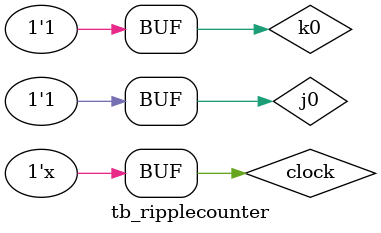
<source format=v>
module MasterSlave(Q, Qbar, J, K, clock, clear);

	input J, K, clock, clear;
	output Q, Qbar;
	wire y, ybar;
	nand(a, J, clock, clear, Qbar);
	nand(b, K, clock, Q);
	nand(y, a, ybar);
	nand(ybar, b, clear, y);
	not(inverseClock,clock);
	nand(c, inverseClock, y);
	nand(d, inverseClock, ybar);
	nand(Q, c, Qbar);
	nand(Qbar, d, Q, clear);
	
endmodule

module RippleCounter(clock, clear,q, j0, k0);
	output [3:0]q ;
	input clock, clear, j0, k0;

	MasterSlave ms1 (q[0],q0bar, j0, k0, clock, clear);
	MasterSlave ms2 (q[1],q1bar, j0, k0, q[0], clear);
	MasterSlave ms3 (q[2],q2bar, j0, k0, q[1], clear);
	MasterSlave ms4 (q[3],q3bar, j0, k0, q[2], clear);
endmodule


module tb_ripplecounter;
    reg clock, clear, j0, k0;
    wire [3:0]q;

    RippleCounter ripplecounter_inst (clock, clear,q, j0, k0);

    initial begin
        clock = 1'b0;
        j0 = 1;
        k0 = 1;
        clear = 1;
        #10 clear = 0;
        #20 clear = 1;
    end

    always #10 clock = ~clock;

    always @(posedge clock) begin
        if (q[3] == 1 && q[2] == 0 && q[1] == 0 && q[0] == 1) begin
            #10 clear = 0;
            #20 clear = 1;
        end
    end
endmodule





</source>
